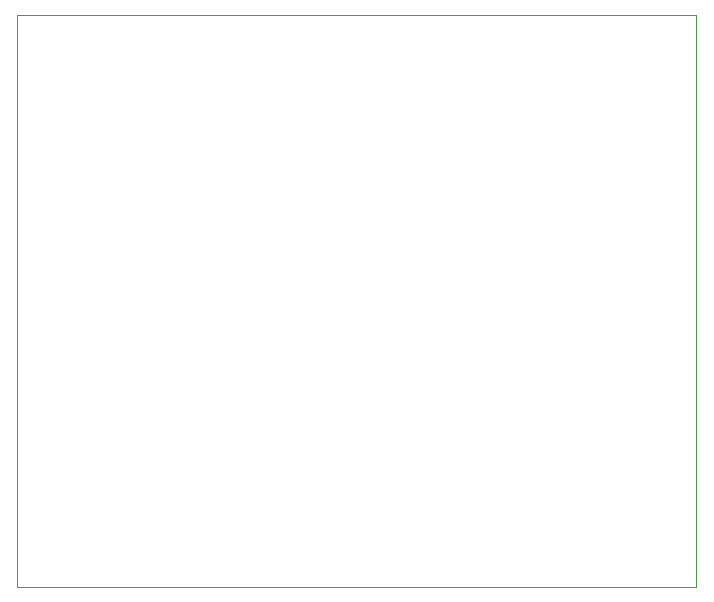
<source format=gbr>
%TF.GenerationSoftware,KiCad,Pcbnew,8.0.7*%
%TF.CreationDate,2025-10-24T17:03:05+02:00*%
%TF.ProjectId,Medidor_clk_PCB,4d656469-646f-4725-9f63-6c6b5f504342,rev?*%
%TF.SameCoordinates,Original*%
%TF.FileFunction,Profile,NP*%
%FSLAX46Y46*%
G04 Gerber Fmt 4.6, Leading zero omitted, Abs format (unit mm)*
G04 Created by KiCad (PCBNEW 8.0.7) date 2025-10-24 17:03:05*
%MOMM*%
%LPD*%
G01*
G04 APERTURE LIST*
%TA.AperFunction,Profile*%
%ADD10C,0.050000*%
%TD*%
G04 APERTURE END LIST*
D10*
X176700000Y-74050000D02*
X176700000Y-122550000D01*
X176700000Y-122550000D02*
X119200000Y-122550000D01*
X119200000Y-74050000D02*
X176700000Y-74050000D01*
X119200000Y-122550000D02*
X119200000Y-74050000D01*
M02*

</source>
